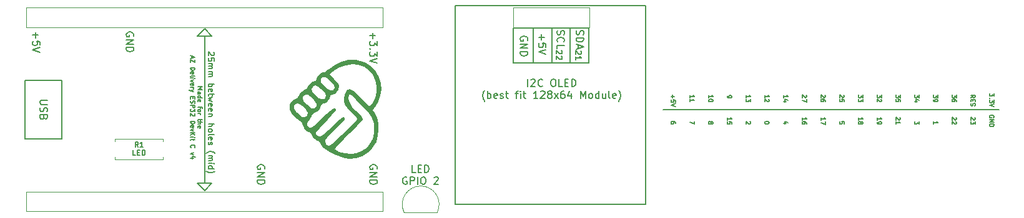
<source format=gbr>
%TF.GenerationSoftware,KiCad,Pcbnew,(6.0.6)*%
%TF.CreationDate,2022-07-10T22:52:01+02:00*%
%TF.ProjectId,ESP32_DevKit_C_v4-AZDelivery_Breadboard_Adapter,45535033-325f-4446-9576-4b69745f435f,rev?*%
%TF.SameCoordinates,Original*%
%TF.FileFunction,Legend,Top*%
%TF.FilePolarity,Positive*%
%FSLAX46Y46*%
G04 Gerber Fmt 4.6, Leading zero omitted, Abs format (unit mm)*
G04 Created by KiCad (PCBNEW (6.0.6)) date 2022-07-10 22:52:01*
%MOMM*%
%LPD*%
G01*
G04 APERTURE LIST*
%ADD10C,0.150000*%
%ADD11C,0.120000*%
G04 APERTURE END LIST*
D10*
X206800000Y-67300000D02*
X161200000Y-67300000D01*
X98111571Y-64214285D02*
X98711571Y-64214285D01*
X98283000Y-64414285D01*
X98711571Y-64614285D01*
X98111571Y-64614285D01*
X98111571Y-65157142D02*
X98425857Y-65157142D01*
X98483000Y-65128571D01*
X98511571Y-65071428D01*
X98511571Y-64957142D01*
X98483000Y-64900000D01*
X98140142Y-65157142D02*
X98111571Y-65100000D01*
X98111571Y-64957142D01*
X98140142Y-64900000D01*
X98197285Y-64871428D01*
X98254428Y-64871428D01*
X98311571Y-64900000D01*
X98340142Y-64957142D01*
X98340142Y-65100000D01*
X98368714Y-65157142D01*
X98111571Y-65700000D02*
X98711571Y-65700000D01*
X98140142Y-65700000D02*
X98111571Y-65642857D01*
X98111571Y-65528571D01*
X98140142Y-65471428D01*
X98168714Y-65442857D01*
X98225857Y-65414285D01*
X98397285Y-65414285D01*
X98454428Y-65442857D01*
X98483000Y-65471428D01*
X98511571Y-65528571D01*
X98511571Y-65642857D01*
X98483000Y-65700000D01*
X98140142Y-66214285D02*
X98111571Y-66157142D01*
X98111571Y-66042857D01*
X98140142Y-65985714D01*
X98197285Y-65957142D01*
X98425857Y-65957142D01*
X98483000Y-65985714D01*
X98511571Y-66042857D01*
X98511571Y-66157142D01*
X98483000Y-66214285D01*
X98425857Y-66242857D01*
X98368714Y-66242857D01*
X98311571Y-65957142D01*
X98511571Y-66871428D02*
X98511571Y-67100000D01*
X98111571Y-66957142D02*
X98625857Y-66957142D01*
X98683000Y-66985714D01*
X98711571Y-67042857D01*
X98711571Y-67100000D01*
X98111571Y-67385714D02*
X98140142Y-67328571D01*
X98168714Y-67300000D01*
X98225857Y-67271428D01*
X98397285Y-67271428D01*
X98454428Y-67300000D01*
X98483000Y-67328571D01*
X98511571Y-67385714D01*
X98511571Y-67471428D01*
X98483000Y-67528571D01*
X98454428Y-67557142D01*
X98397285Y-67585714D01*
X98225857Y-67585714D01*
X98168714Y-67557142D01*
X98140142Y-67528571D01*
X98111571Y-67471428D01*
X98111571Y-67385714D01*
X98111571Y-67842857D02*
X98511571Y-67842857D01*
X98397285Y-67842857D02*
X98454428Y-67871428D01*
X98483000Y-67900000D01*
X98511571Y-67957142D01*
X98511571Y-68014285D01*
X98511571Y-68585714D02*
X98511571Y-68814285D01*
X98711571Y-68671428D02*
X98197285Y-68671428D01*
X98140142Y-68700000D01*
X98111571Y-68757142D01*
X98111571Y-68814285D01*
X98111571Y-69014285D02*
X98711571Y-69014285D01*
X98111571Y-69271428D02*
X98425857Y-69271428D01*
X98483000Y-69242857D01*
X98511571Y-69185714D01*
X98511571Y-69100000D01*
X98483000Y-69042857D01*
X98454428Y-69014285D01*
X98140142Y-69785714D02*
X98111571Y-69728571D01*
X98111571Y-69614285D01*
X98140142Y-69557142D01*
X98197285Y-69528571D01*
X98425857Y-69528571D01*
X98483000Y-69557142D01*
X98511571Y-69614285D01*
X98511571Y-69728571D01*
X98483000Y-69785714D01*
X98425857Y-69814285D01*
X98368714Y-69814285D01*
X98311571Y-69528571D01*
X97317000Y-60028571D02*
X97317000Y-60314285D01*
X97145571Y-59971428D02*
X97745571Y-60171428D01*
X97145571Y-60371428D01*
X97745571Y-60514285D02*
X97745571Y-60914285D01*
X97145571Y-60514285D01*
X97145571Y-60914285D01*
X97145571Y-61600000D02*
X97745571Y-61600000D01*
X97745571Y-61742857D01*
X97717000Y-61828571D01*
X97659857Y-61885714D01*
X97602714Y-61914285D01*
X97488428Y-61942857D01*
X97402714Y-61942857D01*
X97288428Y-61914285D01*
X97231285Y-61885714D01*
X97174142Y-61828571D01*
X97145571Y-61742857D01*
X97145571Y-61600000D01*
X97174142Y-62428571D02*
X97145571Y-62371428D01*
X97145571Y-62257142D01*
X97174142Y-62200000D01*
X97231285Y-62171428D01*
X97459857Y-62171428D01*
X97517000Y-62200000D01*
X97545571Y-62257142D01*
X97545571Y-62371428D01*
X97517000Y-62428571D01*
X97459857Y-62457142D01*
X97402714Y-62457142D01*
X97345571Y-62171428D01*
X97145571Y-62800000D02*
X97174142Y-62742857D01*
X97231285Y-62714285D01*
X97745571Y-62714285D01*
X97145571Y-63028571D02*
X97545571Y-63028571D01*
X97745571Y-63028571D02*
X97717000Y-63000000D01*
X97688428Y-63028571D01*
X97717000Y-63057142D01*
X97745571Y-63028571D01*
X97688428Y-63028571D01*
X97545571Y-63257142D02*
X97145571Y-63400000D01*
X97545571Y-63542857D01*
X97174142Y-64000000D02*
X97145571Y-63942857D01*
X97145571Y-63828571D01*
X97174142Y-63771428D01*
X97231285Y-63742857D01*
X97459857Y-63742857D01*
X97517000Y-63771428D01*
X97545571Y-63828571D01*
X97545571Y-63942857D01*
X97517000Y-64000000D01*
X97459857Y-64028571D01*
X97402714Y-64028571D01*
X97345571Y-63742857D01*
X97145571Y-64285714D02*
X97545571Y-64285714D01*
X97431285Y-64285714D02*
X97488428Y-64314285D01*
X97517000Y-64342857D01*
X97545571Y-64400000D01*
X97545571Y-64457142D01*
X97545571Y-64600000D02*
X97145571Y-64742857D01*
X97545571Y-64885714D02*
X97145571Y-64742857D01*
X97002714Y-64685714D01*
X96974142Y-64657142D01*
X96945571Y-64600000D01*
X97459857Y-65571428D02*
X97459857Y-65771428D01*
X97145571Y-65857142D02*
X97145571Y-65571428D01*
X97745571Y-65571428D01*
X97745571Y-65857142D01*
X97174142Y-66085714D02*
X97145571Y-66171428D01*
X97145571Y-66314285D01*
X97174142Y-66371428D01*
X97202714Y-66400000D01*
X97259857Y-66428571D01*
X97317000Y-66428571D01*
X97374142Y-66400000D01*
X97402714Y-66371428D01*
X97431285Y-66314285D01*
X97459857Y-66200000D01*
X97488428Y-66142857D01*
X97517000Y-66114285D01*
X97574142Y-66085714D01*
X97631285Y-66085714D01*
X97688428Y-66114285D01*
X97717000Y-66142857D01*
X97745571Y-66200000D01*
X97745571Y-66342857D01*
X97717000Y-66428571D01*
X97145571Y-66685714D02*
X97745571Y-66685714D01*
X97745571Y-66914285D01*
X97717000Y-66971428D01*
X97688428Y-67000000D01*
X97631285Y-67028571D01*
X97545571Y-67028571D01*
X97488428Y-67000000D01*
X97459857Y-66971428D01*
X97431285Y-66914285D01*
X97431285Y-66685714D01*
X97745571Y-67228571D02*
X97745571Y-67600000D01*
X97517000Y-67400000D01*
X97517000Y-67485714D01*
X97488428Y-67542857D01*
X97459857Y-67571428D01*
X97402714Y-67600000D01*
X97259857Y-67600000D01*
X97202714Y-67571428D01*
X97174142Y-67542857D01*
X97145571Y-67485714D01*
X97145571Y-67314285D01*
X97174142Y-67257142D01*
X97202714Y-67228571D01*
X97688428Y-67828571D02*
X97717000Y-67857142D01*
X97745571Y-67914285D01*
X97745571Y-68057142D01*
X97717000Y-68114285D01*
X97688428Y-68142857D01*
X97631285Y-68171428D01*
X97574142Y-68171428D01*
X97488428Y-68142857D01*
X97145571Y-67800000D01*
X97145571Y-68171428D01*
X97145571Y-68885714D02*
X97745571Y-68885714D01*
X97745571Y-69028571D01*
X97717000Y-69114285D01*
X97659857Y-69171428D01*
X97602714Y-69200000D01*
X97488428Y-69228571D01*
X97402714Y-69228571D01*
X97288428Y-69200000D01*
X97231285Y-69171428D01*
X97174142Y-69114285D01*
X97145571Y-69028571D01*
X97145571Y-68885714D01*
X97174142Y-69714285D02*
X97145571Y-69657142D01*
X97145571Y-69542857D01*
X97174142Y-69485714D01*
X97231285Y-69457142D01*
X97459857Y-69457142D01*
X97517000Y-69485714D01*
X97545571Y-69542857D01*
X97545571Y-69657142D01*
X97517000Y-69714285D01*
X97459857Y-69742857D01*
X97402714Y-69742857D01*
X97345571Y-69457142D01*
X97545571Y-69942857D02*
X97145571Y-70085714D01*
X97545571Y-70228571D01*
X97145571Y-70457142D02*
X97745571Y-70457142D01*
X97145571Y-70800000D02*
X97488428Y-70542857D01*
X97745571Y-70800000D02*
X97402714Y-70457142D01*
X97145571Y-71057142D02*
X97545571Y-71057142D01*
X97745571Y-71057142D02*
X97717000Y-71028571D01*
X97688428Y-71057142D01*
X97717000Y-71085714D01*
X97745571Y-71057142D01*
X97688428Y-71057142D01*
X97545571Y-71257142D02*
X97545571Y-71485714D01*
X97745571Y-71342857D02*
X97231285Y-71342857D01*
X97174142Y-71371428D01*
X97145571Y-71428571D01*
X97145571Y-71485714D01*
X97202714Y-72485714D02*
X97174142Y-72457142D01*
X97145571Y-72371428D01*
X97145571Y-72314285D01*
X97174142Y-72228571D01*
X97231285Y-72171428D01*
X97288428Y-72142857D01*
X97402714Y-72114285D01*
X97488428Y-72114285D01*
X97602714Y-72142857D01*
X97659857Y-72171428D01*
X97717000Y-72228571D01*
X97745571Y-72314285D01*
X97745571Y-72371428D01*
X97717000Y-72457142D01*
X97688428Y-72485714D01*
X97545571Y-73142857D02*
X97145571Y-73285714D01*
X97545571Y-73428571D01*
X97545571Y-73914285D02*
X97145571Y-73914285D01*
X97774142Y-73771428D02*
X97345571Y-73628571D01*
X97345571Y-74000000D01*
X127657142Y-75847380D02*
X127180952Y-75847380D01*
X127180952Y-74847380D01*
X127990476Y-75323571D02*
X128323809Y-75323571D01*
X128466666Y-75847380D02*
X127990476Y-75847380D01*
X127990476Y-74847380D01*
X128466666Y-74847380D01*
X128895238Y-75847380D02*
X128895238Y-74847380D01*
X129133333Y-74847380D01*
X129276190Y-74895000D01*
X129371428Y-74990238D01*
X129419047Y-75085476D01*
X129466666Y-75275952D01*
X129466666Y-75418809D01*
X129419047Y-75609285D01*
X129371428Y-75704523D01*
X129276190Y-75799761D01*
X129133333Y-75847380D01*
X128895238Y-75847380D01*
X126442857Y-76505000D02*
X126347619Y-76457380D01*
X126204761Y-76457380D01*
X126061904Y-76505000D01*
X125966666Y-76600238D01*
X125919047Y-76695476D01*
X125871428Y-76885952D01*
X125871428Y-77028809D01*
X125919047Y-77219285D01*
X125966666Y-77314523D01*
X126061904Y-77409761D01*
X126204761Y-77457380D01*
X126300000Y-77457380D01*
X126442857Y-77409761D01*
X126490476Y-77362142D01*
X126490476Y-77028809D01*
X126300000Y-77028809D01*
X126919047Y-77457380D02*
X126919047Y-76457380D01*
X127300000Y-76457380D01*
X127395238Y-76505000D01*
X127442857Y-76552619D01*
X127490476Y-76647857D01*
X127490476Y-76790714D01*
X127442857Y-76885952D01*
X127395238Y-76933571D01*
X127300000Y-76981190D01*
X126919047Y-76981190D01*
X127919047Y-77457380D02*
X127919047Y-76457380D01*
X128585714Y-76457380D02*
X128776190Y-76457380D01*
X128871428Y-76505000D01*
X128966666Y-76600238D01*
X129014285Y-76790714D01*
X129014285Y-77124047D01*
X128966666Y-77314523D01*
X128871428Y-77409761D01*
X128776190Y-77457380D01*
X128585714Y-77457380D01*
X128490476Y-77409761D01*
X128395238Y-77314523D01*
X128347619Y-77124047D01*
X128347619Y-76790714D01*
X128395238Y-76600238D01*
X128490476Y-76505000D01*
X128585714Y-76457380D01*
X130157142Y-76552619D02*
X130204761Y-76505000D01*
X130300000Y-76457380D01*
X130538095Y-76457380D01*
X130633333Y-76505000D01*
X130680952Y-76552619D01*
X130728571Y-76647857D01*
X130728571Y-76743095D01*
X130680952Y-76885952D01*
X130109523Y-77457380D01*
X130728571Y-77457380D01*
X151180000Y-56260000D02*
X140930000Y-56260000D01*
X143600000Y-56320000D02*
X143600000Y-60960000D01*
X146170000Y-56330000D02*
X146170000Y-60955000D01*
X148570000Y-56330000D02*
X148570000Y-60930000D01*
X151180000Y-60960000D02*
X151180000Y-56260000D01*
X140900000Y-60960000D02*
X151180000Y-60960000D01*
X140930000Y-56280000D02*
X140930000Y-60950000D01*
X149475238Y-56543809D02*
X149427619Y-56686666D01*
X149427619Y-56924761D01*
X149475238Y-57020000D01*
X149522857Y-57067619D01*
X149618095Y-57115238D01*
X149713333Y-57115238D01*
X149808571Y-57067619D01*
X149856190Y-57020000D01*
X149903809Y-56924761D01*
X149951428Y-56734285D01*
X149999047Y-56639047D01*
X150046666Y-56591428D01*
X150141904Y-56543809D01*
X150237142Y-56543809D01*
X150332380Y-56591428D01*
X150380000Y-56639047D01*
X150427619Y-56734285D01*
X150427619Y-56972380D01*
X150380000Y-57115238D01*
X149427619Y-57543809D02*
X150427619Y-57543809D01*
X150427619Y-57781904D01*
X150380000Y-57924761D01*
X150284761Y-58020000D01*
X150189523Y-58067619D01*
X149999047Y-58115238D01*
X149856190Y-58115238D01*
X149665714Y-58067619D01*
X149570476Y-58020000D01*
X149475238Y-57924761D01*
X149427619Y-57781904D01*
X149427619Y-57543809D01*
X149713333Y-58496190D02*
X149713333Y-58972380D01*
X149427619Y-58400952D02*
X150427619Y-58734285D01*
X149427619Y-59067619D01*
X150041904Y-59315238D02*
X150080000Y-59353333D01*
X150118095Y-59429523D01*
X150118095Y-59620000D01*
X150080000Y-59696190D01*
X150041904Y-59734285D01*
X149965714Y-59772380D01*
X149889523Y-59772380D01*
X149775238Y-59734285D01*
X149318095Y-59277142D01*
X149318095Y-59772380D01*
X149318095Y-60534285D02*
X149318095Y-60077142D01*
X149318095Y-60305714D02*
X150118095Y-60305714D01*
X150003809Y-60229523D01*
X149927619Y-60153333D01*
X149889523Y-60077142D01*
X146885238Y-56547619D02*
X146837619Y-56690476D01*
X146837619Y-56928571D01*
X146885238Y-57023809D01*
X146932857Y-57071428D01*
X147028095Y-57119047D01*
X147123333Y-57119047D01*
X147218571Y-57071428D01*
X147266190Y-57023809D01*
X147313809Y-56928571D01*
X147361428Y-56738095D01*
X147409047Y-56642857D01*
X147456666Y-56595238D01*
X147551904Y-56547619D01*
X147647142Y-56547619D01*
X147742380Y-56595238D01*
X147790000Y-56642857D01*
X147837619Y-56738095D01*
X147837619Y-56976190D01*
X147790000Y-57119047D01*
X146932857Y-58119047D02*
X146885238Y-58071428D01*
X146837619Y-57928571D01*
X146837619Y-57833333D01*
X146885238Y-57690476D01*
X146980476Y-57595238D01*
X147075714Y-57547619D01*
X147266190Y-57500000D01*
X147409047Y-57500000D01*
X147599523Y-57547619D01*
X147694761Y-57595238D01*
X147790000Y-57690476D01*
X147837619Y-57833333D01*
X147837619Y-57928571D01*
X147790000Y-58071428D01*
X147742380Y-58119047D01*
X146837619Y-59023809D02*
X146837619Y-58547619D01*
X147837619Y-58547619D01*
X147451904Y-59271428D02*
X147490000Y-59309523D01*
X147528095Y-59385714D01*
X147528095Y-59576190D01*
X147490000Y-59652380D01*
X147451904Y-59690476D01*
X147375714Y-59728571D01*
X147299523Y-59728571D01*
X147185238Y-59690476D01*
X146728095Y-59233333D01*
X146728095Y-59728571D01*
X147451904Y-60033333D02*
X147490000Y-60071428D01*
X147528095Y-60147619D01*
X147528095Y-60338095D01*
X147490000Y-60414285D01*
X147451904Y-60452380D01*
X147375714Y-60490476D01*
X147299523Y-60490476D01*
X147185238Y-60452380D01*
X146728095Y-59995238D01*
X146728095Y-60490476D01*
X142800000Y-57908095D02*
X142847619Y-57812857D01*
X142847619Y-57670000D01*
X142800000Y-57527142D01*
X142704761Y-57431904D01*
X142609523Y-57384285D01*
X142419047Y-57336666D01*
X142276190Y-57336666D01*
X142085714Y-57384285D01*
X141990476Y-57431904D01*
X141895238Y-57527142D01*
X141847619Y-57670000D01*
X141847619Y-57765238D01*
X141895238Y-57908095D01*
X141942857Y-57955714D01*
X142276190Y-57955714D01*
X142276190Y-57765238D01*
X141847619Y-58384285D02*
X142847619Y-58384285D01*
X141847619Y-58955714D01*
X142847619Y-58955714D01*
X141847619Y-59431904D02*
X142847619Y-59431904D01*
X142847619Y-59670000D01*
X142800000Y-59812857D01*
X142704761Y-59908095D01*
X142609523Y-59955714D01*
X142419047Y-60003333D01*
X142276190Y-60003333D01*
X142085714Y-59955714D01*
X141990476Y-59908095D01*
X141895238Y-59812857D01*
X141847619Y-59670000D01*
X141847619Y-59431904D01*
X144718571Y-57094285D02*
X144718571Y-57856190D01*
X144337619Y-57475238D02*
X145099523Y-57475238D01*
X145337619Y-58808571D02*
X145337619Y-58332380D01*
X144861428Y-58284761D01*
X144909047Y-58332380D01*
X144956666Y-58427619D01*
X144956666Y-58665714D01*
X144909047Y-58760952D01*
X144861428Y-58808571D01*
X144766190Y-58856190D01*
X144528095Y-58856190D01*
X144432857Y-58808571D01*
X144385238Y-58760952D01*
X144337619Y-58665714D01*
X144337619Y-58427619D01*
X144385238Y-58332380D01*
X144432857Y-58284761D01*
X145337619Y-59141904D02*
X144337619Y-59475238D01*
X145337619Y-59808571D01*
X142861904Y-64177380D02*
X142861904Y-63177380D01*
X143290476Y-63272619D02*
X143338095Y-63225000D01*
X143433333Y-63177380D01*
X143671428Y-63177380D01*
X143766666Y-63225000D01*
X143814285Y-63272619D01*
X143861904Y-63367857D01*
X143861904Y-63463095D01*
X143814285Y-63605952D01*
X143242857Y-64177380D01*
X143861904Y-64177380D01*
X144861904Y-64082142D02*
X144814285Y-64129761D01*
X144671428Y-64177380D01*
X144576190Y-64177380D01*
X144433333Y-64129761D01*
X144338095Y-64034523D01*
X144290476Y-63939285D01*
X144242857Y-63748809D01*
X144242857Y-63605952D01*
X144290476Y-63415476D01*
X144338095Y-63320238D01*
X144433333Y-63225000D01*
X144576190Y-63177380D01*
X144671428Y-63177380D01*
X144814285Y-63225000D01*
X144861904Y-63272619D01*
X146242857Y-63177380D02*
X146433333Y-63177380D01*
X146528571Y-63225000D01*
X146623809Y-63320238D01*
X146671428Y-63510714D01*
X146671428Y-63844047D01*
X146623809Y-64034523D01*
X146528571Y-64129761D01*
X146433333Y-64177380D01*
X146242857Y-64177380D01*
X146147619Y-64129761D01*
X146052380Y-64034523D01*
X146004761Y-63844047D01*
X146004761Y-63510714D01*
X146052380Y-63320238D01*
X146147619Y-63225000D01*
X146242857Y-63177380D01*
X147576190Y-64177380D02*
X147100000Y-64177380D01*
X147100000Y-63177380D01*
X147909523Y-63653571D02*
X148242857Y-63653571D01*
X148385714Y-64177380D02*
X147909523Y-64177380D01*
X147909523Y-63177380D01*
X148385714Y-63177380D01*
X148814285Y-64177380D02*
X148814285Y-63177380D01*
X149052380Y-63177380D01*
X149195238Y-63225000D01*
X149290476Y-63320238D01*
X149338095Y-63415476D01*
X149385714Y-63605952D01*
X149385714Y-63748809D01*
X149338095Y-63939285D01*
X149290476Y-64034523D01*
X149195238Y-64129761D01*
X149052380Y-64177380D01*
X148814285Y-64177380D01*
X137028571Y-66168333D02*
X136980952Y-66120714D01*
X136885714Y-65977857D01*
X136838095Y-65882619D01*
X136790476Y-65739761D01*
X136742857Y-65501666D01*
X136742857Y-65311190D01*
X136790476Y-65073095D01*
X136838095Y-64930238D01*
X136885714Y-64835000D01*
X136980952Y-64692142D01*
X137028571Y-64644523D01*
X137409523Y-65787380D02*
X137409523Y-64787380D01*
X137409523Y-65168333D02*
X137504761Y-65120714D01*
X137695238Y-65120714D01*
X137790476Y-65168333D01*
X137838095Y-65215952D01*
X137885714Y-65311190D01*
X137885714Y-65596904D01*
X137838095Y-65692142D01*
X137790476Y-65739761D01*
X137695238Y-65787380D01*
X137504761Y-65787380D01*
X137409523Y-65739761D01*
X138695238Y-65739761D02*
X138600000Y-65787380D01*
X138409523Y-65787380D01*
X138314285Y-65739761D01*
X138266666Y-65644523D01*
X138266666Y-65263571D01*
X138314285Y-65168333D01*
X138409523Y-65120714D01*
X138600000Y-65120714D01*
X138695238Y-65168333D01*
X138742857Y-65263571D01*
X138742857Y-65358809D01*
X138266666Y-65454047D01*
X139123809Y-65739761D02*
X139219047Y-65787380D01*
X139409523Y-65787380D01*
X139504761Y-65739761D01*
X139552380Y-65644523D01*
X139552380Y-65596904D01*
X139504761Y-65501666D01*
X139409523Y-65454047D01*
X139266666Y-65454047D01*
X139171428Y-65406428D01*
X139123809Y-65311190D01*
X139123809Y-65263571D01*
X139171428Y-65168333D01*
X139266666Y-65120714D01*
X139409523Y-65120714D01*
X139504761Y-65168333D01*
X139838095Y-65120714D02*
X140219047Y-65120714D01*
X139980952Y-64787380D02*
X139980952Y-65644523D01*
X140028571Y-65739761D01*
X140123809Y-65787380D01*
X140219047Y-65787380D01*
X141171428Y-65120714D02*
X141552380Y-65120714D01*
X141314285Y-65787380D02*
X141314285Y-64930238D01*
X141361904Y-64835000D01*
X141457142Y-64787380D01*
X141552380Y-64787380D01*
X141885714Y-65787380D02*
X141885714Y-65120714D01*
X141885714Y-64787380D02*
X141838095Y-64835000D01*
X141885714Y-64882619D01*
X141933333Y-64835000D01*
X141885714Y-64787380D01*
X141885714Y-64882619D01*
X142219047Y-65120714D02*
X142600000Y-65120714D01*
X142361904Y-64787380D02*
X142361904Y-65644523D01*
X142409523Y-65739761D01*
X142504761Y-65787380D01*
X142600000Y-65787380D01*
X144219047Y-65787380D02*
X143647619Y-65787380D01*
X143933333Y-65787380D02*
X143933333Y-64787380D01*
X143838095Y-64930238D01*
X143742857Y-65025476D01*
X143647619Y-65073095D01*
X144600000Y-64882619D02*
X144647619Y-64835000D01*
X144742857Y-64787380D01*
X144980952Y-64787380D01*
X145076190Y-64835000D01*
X145123809Y-64882619D01*
X145171428Y-64977857D01*
X145171428Y-65073095D01*
X145123809Y-65215952D01*
X144552380Y-65787380D01*
X145171428Y-65787380D01*
X145742857Y-65215952D02*
X145647619Y-65168333D01*
X145600000Y-65120714D01*
X145552380Y-65025476D01*
X145552380Y-64977857D01*
X145600000Y-64882619D01*
X145647619Y-64835000D01*
X145742857Y-64787380D01*
X145933333Y-64787380D01*
X146028571Y-64835000D01*
X146076190Y-64882619D01*
X146123809Y-64977857D01*
X146123809Y-65025476D01*
X146076190Y-65120714D01*
X146028571Y-65168333D01*
X145933333Y-65215952D01*
X145742857Y-65215952D01*
X145647619Y-65263571D01*
X145600000Y-65311190D01*
X145552380Y-65406428D01*
X145552380Y-65596904D01*
X145600000Y-65692142D01*
X145647619Y-65739761D01*
X145742857Y-65787380D01*
X145933333Y-65787380D01*
X146028571Y-65739761D01*
X146076190Y-65692142D01*
X146123809Y-65596904D01*
X146123809Y-65406428D01*
X146076190Y-65311190D01*
X146028571Y-65263571D01*
X145933333Y-65215952D01*
X146457142Y-65787380D02*
X146980952Y-65120714D01*
X146457142Y-65120714D02*
X146980952Y-65787380D01*
X147790476Y-64787380D02*
X147600000Y-64787380D01*
X147504761Y-64835000D01*
X147457142Y-64882619D01*
X147361904Y-65025476D01*
X147314285Y-65215952D01*
X147314285Y-65596904D01*
X147361904Y-65692142D01*
X147409523Y-65739761D01*
X147504761Y-65787380D01*
X147695238Y-65787380D01*
X147790476Y-65739761D01*
X147838095Y-65692142D01*
X147885714Y-65596904D01*
X147885714Y-65358809D01*
X147838095Y-65263571D01*
X147790476Y-65215952D01*
X147695238Y-65168333D01*
X147504761Y-65168333D01*
X147409523Y-65215952D01*
X147361904Y-65263571D01*
X147314285Y-65358809D01*
X148742857Y-65120714D02*
X148742857Y-65787380D01*
X148504761Y-64739761D02*
X148266666Y-65454047D01*
X148885714Y-65454047D01*
X150028571Y-65787380D02*
X150028571Y-64787380D01*
X150361904Y-65501666D01*
X150695238Y-64787380D01*
X150695238Y-65787380D01*
X151314285Y-65787380D02*
X151219047Y-65739761D01*
X151171428Y-65692142D01*
X151123809Y-65596904D01*
X151123809Y-65311190D01*
X151171428Y-65215952D01*
X151219047Y-65168333D01*
X151314285Y-65120714D01*
X151457142Y-65120714D01*
X151552380Y-65168333D01*
X151600000Y-65215952D01*
X151647619Y-65311190D01*
X151647619Y-65596904D01*
X151600000Y-65692142D01*
X151552380Y-65739761D01*
X151457142Y-65787380D01*
X151314285Y-65787380D01*
X152504761Y-65787380D02*
X152504761Y-64787380D01*
X152504761Y-65739761D02*
X152409523Y-65787380D01*
X152219047Y-65787380D01*
X152123809Y-65739761D01*
X152076190Y-65692142D01*
X152028571Y-65596904D01*
X152028571Y-65311190D01*
X152076190Y-65215952D01*
X152123809Y-65168333D01*
X152219047Y-65120714D01*
X152409523Y-65120714D01*
X152504761Y-65168333D01*
X153409523Y-65120714D02*
X153409523Y-65787380D01*
X152980952Y-65120714D02*
X152980952Y-65644523D01*
X153028571Y-65739761D01*
X153123809Y-65787380D01*
X153266666Y-65787380D01*
X153361904Y-65739761D01*
X153409523Y-65692142D01*
X154028571Y-65787380D02*
X153933333Y-65739761D01*
X153885714Y-65644523D01*
X153885714Y-64787380D01*
X154790476Y-65739761D02*
X154695238Y-65787380D01*
X154504761Y-65787380D01*
X154409523Y-65739761D01*
X154361904Y-65644523D01*
X154361904Y-65263571D01*
X154409523Y-65168333D01*
X154504761Y-65120714D01*
X154695238Y-65120714D01*
X154790476Y-65168333D01*
X154838095Y-65263571D01*
X154838095Y-65358809D01*
X154361904Y-65454047D01*
X155171428Y-66168333D02*
X155219047Y-66120714D01*
X155314285Y-65977857D01*
X155361904Y-65882619D01*
X155409523Y-65739761D01*
X155457142Y-65501666D01*
X155457142Y-65311190D01*
X155409523Y-65073095D01*
X155361904Y-64930238D01*
X155314285Y-64835000D01*
X155219047Y-64692142D01*
X155171428Y-64644523D01*
X133040000Y-53140000D02*
X158810000Y-53140000D01*
X158810000Y-53140000D02*
X158810000Y-80190000D01*
X158810000Y-80190000D02*
X133040000Y-80190000D01*
X133040000Y-80190000D02*
X133040000Y-53140000D01*
X203471428Y-68376857D02*
X203500000Y-68405428D01*
X203528571Y-68462571D01*
X203528571Y-68605428D01*
X203500000Y-68662571D01*
X203471428Y-68691142D01*
X203414285Y-68719714D01*
X203357142Y-68719714D01*
X203271428Y-68691142D01*
X202928571Y-68348285D01*
X202928571Y-68719714D01*
X203528571Y-68919714D02*
X203528571Y-69291142D01*
X203300000Y-69091142D01*
X203300000Y-69176857D01*
X203271428Y-69234000D01*
X203242857Y-69262571D01*
X203185714Y-69291142D01*
X203042857Y-69291142D01*
X202985714Y-69262571D01*
X202957142Y-69234000D01*
X202928571Y-69176857D01*
X202928571Y-69005428D01*
X202957142Y-68948285D01*
X202985714Y-68919714D01*
X200931428Y-68376857D02*
X200960000Y-68405428D01*
X200988571Y-68462571D01*
X200988571Y-68605428D01*
X200960000Y-68662571D01*
X200931428Y-68691142D01*
X200874285Y-68719714D01*
X200817142Y-68719714D01*
X200731428Y-68691142D01*
X200388571Y-68348285D01*
X200388571Y-68719714D01*
X200931428Y-68948285D02*
X200960000Y-68976857D01*
X200988571Y-69034000D01*
X200988571Y-69176857D01*
X200960000Y-69234000D01*
X200931428Y-69262571D01*
X200874285Y-69291142D01*
X200817142Y-69291142D01*
X200731428Y-69262571D01*
X200388571Y-68919714D01*
X200388571Y-69291142D01*
X187688571Y-68719714D02*
X187688571Y-68376857D01*
X187688571Y-68548285D02*
X188288571Y-68548285D01*
X188202857Y-68491142D01*
X188145714Y-68434000D01*
X188117142Y-68376857D01*
X188031428Y-69062571D02*
X188060000Y-69005428D01*
X188088571Y-68976857D01*
X188145714Y-68948285D01*
X188174285Y-68948285D01*
X188231428Y-68976857D01*
X188260000Y-69005428D01*
X188288571Y-69062571D01*
X188288571Y-69176857D01*
X188260000Y-69234000D01*
X188231428Y-69262571D01*
X188174285Y-69291142D01*
X188145714Y-69291142D01*
X188088571Y-69262571D01*
X188060000Y-69234000D01*
X188031428Y-69176857D01*
X188031428Y-69062571D01*
X188002857Y-69005428D01*
X187974285Y-68976857D01*
X187917142Y-68948285D01*
X187802857Y-68948285D01*
X187745714Y-68976857D01*
X187717142Y-69005428D01*
X187688571Y-69062571D01*
X187688571Y-69176857D01*
X187717142Y-69234000D01*
X187745714Y-69262571D01*
X187802857Y-69291142D01*
X187917142Y-69291142D01*
X187974285Y-69262571D01*
X188002857Y-69234000D01*
X188031428Y-69176857D01*
X206040000Y-68376857D02*
X206068571Y-68319714D01*
X206068571Y-68234000D01*
X206040000Y-68148285D01*
X205982857Y-68091142D01*
X205925714Y-68062571D01*
X205811428Y-68034000D01*
X205725714Y-68034000D01*
X205611428Y-68062571D01*
X205554285Y-68091142D01*
X205497142Y-68148285D01*
X205468571Y-68234000D01*
X205468571Y-68291142D01*
X205497142Y-68376857D01*
X205525714Y-68405428D01*
X205725714Y-68405428D01*
X205725714Y-68291142D01*
X205468571Y-68662571D02*
X206068571Y-68662571D01*
X205468571Y-69005428D01*
X206068571Y-69005428D01*
X205468571Y-69291142D02*
X206068571Y-69291142D01*
X206068571Y-69434000D01*
X206040000Y-69519714D01*
X205982857Y-69576857D01*
X205925714Y-69605428D01*
X205811428Y-69634000D01*
X205725714Y-69634000D01*
X205611428Y-69605428D01*
X205554285Y-69576857D01*
X205497142Y-69519714D01*
X205468571Y-69434000D01*
X205468571Y-69291142D01*
X190228571Y-68719714D02*
X190228571Y-68376857D01*
X190228571Y-68548285D02*
X190828571Y-68548285D01*
X190742857Y-68491142D01*
X190685714Y-68434000D01*
X190657142Y-68376857D01*
X190228571Y-69005428D02*
X190228571Y-69119714D01*
X190257142Y-69176857D01*
X190285714Y-69205428D01*
X190371428Y-69262571D01*
X190485714Y-69291142D01*
X190714285Y-69291142D01*
X190771428Y-69262571D01*
X190800000Y-69234000D01*
X190828571Y-69176857D01*
X190828571Y-69062571D01*
X190800000Y-69005428D01*
X190771428Y-68976857D01*
X190714285Y-68948285D01*
X190571428Y-68948285D01*
X190514285Y-68976857D01*
X190485714Y-69005428D01*
X190457142Y-69062571D01*
X190457142Y-69176857D01*
X190485714Y-69234000D01*
X190514285Y-69262571D01*
X190571428Y-69291142D01*
X177928571Y-69202285D02*
X177528571Y-69202285D01*
X178157142Y-69059428D02*
X177728571Y-68916571D01*
X177728571Y-69288000D01*
X195908571Y-68888000D02*
X195908571Y-69259428D01*
X195680000Y-69059428D01*
X195680000Y-69145142D01*
X195651428Y-69202285D01*
X195622857Y-69230857D01*
X195565714Y-69259428D01*
X195422857Y-69259428D01*
X195365714Y-69230857D01*
X195337142Y-69202285D01*
X195308571Y-69145142D01*
X195308571Y-68973714D01*
X195337142Y-68916571D01*
X195365714Y-68888000D01*
X193311428Y-68376857D02*
X193340000Y-68405428D01*
X193368571Y-68462571D01*
X193368571Y-68605428D01*
X193340000Y-68662571D01*
X193311428Y-68691142D01*
X193254285Y-68719714D01*
X193197142Y-68719714D01*
X193111428Y-68691142D01*
X192768571Y-68348285D01*
X192768571Y-68719714D01*
X192768571Y-69291142D02*
X192768571Y-68948285D01*
X192768571Y-69119714D02*
X193368571Y-69119714D01*
X193282857Y-69062571D01*
X193225714Y-69005428D01*
X193197142Y-68948285D01*
X185748571Y-69230857D02*
X185748571Y-68945142D01*
X185462857Y-68916571D01*
X185491428Y-68945142D01*
X185520000Y-69002285D01*
X185520000Y-69145142D01*
X185491428Y-69202285D01*
X185462857Y-69230857D01*
X185405714Y-69259428D01*
X185262857Y-69259428D01*
X185205714Y-69230857D01*
X185177142Y-69202285D01*
X185148571Y-69145142D01*
X185148571Y-69002285D01*
X185177142Y-68945142D01*
X185205714Y-68916571D01*
X197848571Y-69259428D02*
X197848571Y-68916571D01*
X197848571Y-69088000D02*
X198448571Y-69088000D01*
X198362857Y-69030857D01*
X198305714Y-68973714D01*
X198277142Y-68916571D01*
X182608571Y-68719714D02*
X182608571Y-68376857D01*
X182608571Y-68548285D02*
X183208571Y-68548285D01*
X183122857Y-68491142D01*
X183065714Y-68434000D01*
X183037142Y-68376857D01*
X183208571Y-68919714D02*
X183208571Y-69319714D01*
X182608571Y-69062571D01*
X180068571Y-68719714D02*
X180068571Y-68376857D01*
X180068571Y-68548285D02*
X180668571Y-68548285D01*
X180582857Y-68491142D01*
X180525714Y-68434000D01*
X180497142Y-68376857D01*
X180668571Y-69234000D02*
X180668571Y-69119714D01*
X180640000Y-69062571D01*
X180611428Y-69034000D01*
X180525714Y-68976857D01*
X180411428Y-68948285D01*
X180182857Y-68948285D01*
X180125714Y-68976857D01*
X180097142Y-69005428D01*
X180068571Y-69062571D01*
X180068571Y-69176857D01*
X180097142Y-69234000D01*
X180125714Y-69262571D01*
X180182857Y-69291142D01*
X180325714Y-69291142D01*
X180382857Y-69262571D01*
X180411428Y-69234000D01*
X180440000Y-69176857D01*
X180440000Y-69062571D01*
X180411428Y-69005428D01*
X180382857Y-68976857D01*
X180325714Y-68948285D01*
X175588571Y-69059428D02*
X175588571Y-69116571D01*
X175560000Y-69173714D01*
X175531428Y-69202285D01*
X175474285Y-69230857D01*
X175360000Y-69259428D01*
X175217142Y-69259428D01*
X175102857Y-69230857D01*
X175045714Y-69202285D01*
X175017142Y-69173714D01*
X174988571Y-69116571D01*
X174988571Y-69059428D01*
X175017142Y-69002285D01*
X175045714Y-68973714D01*
X175102857Y-68945142D01*
X175217142Y-68916571D01*
X175360000Y-68916571D01*
X175474285Y-68945142D01*
X175531428Y-68973714D01*
X175560000Y-69002285D01*
X175588571Y-69059428D01*
X172991428Y-68916571D02*
X173020000Y-68945142D01*
X173048571Y-69002285D01*
X173048571Y-69145142D01*
X173020000Y-69202285D01*
X172991428Y-69230857D01*
X172934285Y-69259428D01*
X172877142Y-69259428D01*
X172791428Y-69230857D01*
X172448571Y-68888000D01*
X172448571Y-69259428D01*
X169908571Y-68719714D02*
X169908571Y-68376857D01*
X169908571Y-68548285D02*
X170508571Y-68548285D01*
X170422857Y-68491142D01*
X170365714Y-68434000D01*
X170337142Y-68376857D01*
X170508571Y-69262571D02*
X170508571Y-68976857D01*
X170222857Y-68948285D01*
X170251428Y-68976857D01*
X170280000Y-69034000D01*
X170280000Y-69176857D01*
X170251428Y-69234000D01*
X170222857Y-69262571D01*
X170165714Y-69291142D01*
X170022857Y-69291142D01*
X169965714Y-69262571D01*
X169937142Y-69234000D01*
X169908571Y-69176857D01*
X169908571Y-69034000D01*
X169937142Y-68976857D01*
X169965714Y-68948285D01*
X165428571Y-68888000D02*
X165428571Y-69288000D01*
X164828571Y-69030857D01*
X167711428Y-69030857D02*
X167740000Y-68973714D01*
X167768571Y-68945142D01*
X167825714Y-68916571D01*
X167854285Y-68916571D01*
X167911428Y-68945142D01*
X167940000Y-68973714D01*
X167968571Y-69030857D01*
X167968571Y-69145142D01*
X167940000Y-69202285D01*
X167911428Y-69230857D01*
X167854285Y-69259428D01*
X167825714Y-69259428D01*
X167768571Y-69230857D01*
X167740000Y-69202285D01*
X167711428Y-69145142D01*
X167711428Y-69030857D01*
X167682857Y-68973714D01*
X167654285Y-68945142D01*
X167597142Y-68916571D01*
X167482857Y-68916571D01*
X167425714Y-68945142D01*
X167397142Y-68973714D01*
X167368571Y-69030857D01*
X167368571Y-69145142D01*
X167397142Y-69202285D01*
X167425714Y-69230857D01*
X167482857Y-69259428D01*
X167597142Y-69259428D01*
X167654285Y-69230857D01*
X167682857Y-69202285D01*
X167711428Y-69145142D01*
X162888571Y-69202285D02*
X162888571Y-69088000D01*
X162860000Y-69030857D01*
X162831428Y-69002285D01*
X162745714Y-68945142D01*
X162631428Y-68916571D01*
X162402857Y-68916571D01*
X162345714Y-68945142D01*
X162317142Y-68973714D01*
X162288571Y-69030857D01*
X162288571Y-69145142D01*
X162317142Y-69202285D01*
X162345714Y-69230857D01*
X162402857Y-69259428D01*
X162545714Y-69259428D01*
X162602857Y-69230857D01*
X162631428Y-69202285D01*
X162660000Y-69145142D01*
X162660000Y-69030857D01*
X162631428Y-68973714D01*
X162602857Y-68945142D01*
X162545714Y-68916571D01*
X206068571Y-65114285D02*
X206068571Y-65485714D01*
X205840000Y-65285714D01*
X205840000Y-65371428D01*
X205811428Y-65428571D01*
X205782857Y-65457142D01*
X205725714Y-65485714D01*
X205582857Y-65485714D01*
X205525714Y-65457142D01*
X205497142Y-65428571D01*
X205468571Y-65371428D01*
X205468571Y-65200000D01*
X205497142Y-65142857D01*
X205525714Y-65114285D01*
X205525714Y-65742857D02*
X205497142Y-65771428D01*
X205468571Y-65742857D01*
X205497142Y-65714285D01*
X205525714Y-65742857D01*
X205468571Y-65742857D01*
X206068571Y-65971428D02*
X206068571Y-66342857D01*
X205840000Y-66142857D01*
X205840000Y-66228571D01*
X205811428Y-66285714D01*
X205782857Y-66314285D01*
X205725714Y-66342857D01*
X205582857Y-66342857D01*
X205525714Y-66314285D01*
X205497142Y-66285714D01*
X205468571Y-66228571D01*
X205468571Y-66057142D01*
X205497142Y-66000000D01*
X205525714Y-65971428D01*
X206068571Y-66514285D02*
X205468571Y-66714285D01*
X206068571Y-66914285D01*
X202928571Y-65668571D02*
X203214285Y-65468571D01*
X202928571Y-65325714D02*
X203528571Y-65325714D01*
X203528571Y-65554285D01*
X203500000Y-65611428D01*
X203471428Y-65640000D01*
X203414285Y-65668571D01*
X203328571Y-65668571D01*
X203271428Y-65640000D01*
X203242857Y-65611428D01*
X203214285Y-65554285D01*
X203214285Y-65325714D01*
X203242857Y-65925714D02*
X203242857Y-66125714D01*
X202928571Y-66211428D02*
X202928571Y-65925714D01*
X203528571Y-65925714D01*
X203528571Y-66211428D01*
X202957142Y-66440000D02*
X202928571Y-66525714D01*
X202928571Y-66668571D01*
X202957142Y-66725714D01*
X202985714Y-66754285D01*
X203042857Y-66782857D01*
X203100000Y-66782857D01*
X203157142Y-66754285D01*
X203185714Y-66725714D01*
X203214285Y-66668571D01*
X203242857Y-66554285D01*
X203271428Y-66497142D01*
X203300000Y-66468571D01*
X203357142Y-66440000D01*
X203414285Y-66440000D01*
X203471428Y-66468571D01*
X203500000Y-66497142D01*
X203528571Y-66554285D01*
X203528571Y-66697142D01*
X203500000Y-66782857D01*
X200988571Y-65300285D02*
X200988571Y-65671714D01*
X200760000Y-65471714D01*
X200760000Y-65557428D01*
X200731428Y-65614571D01*
X200702857Y-65643142D01*
X200645714Y-65671714D01*
X200502857Y-65671714D01*
X200445714Y-65643142D01*
X200417142Y-65614571D01*
X200388571Y-65557428D01*
X200388571Y-65386000D01*
X200417142Y-65328857D01*
X200445714Y-65300285D01*
X200988571Y-66186000D02*
X200988571Y-66071714D01*
X200960000Y-66014571D01*
X200931428Y-65986000D01*
X200845714Y-65928857D01*
X200731428Y-65900285D01*
X200502857Y-65900285D01*
X200445714Y-65928857D01*
X200417142Y-65957428D01*
X200388571Y-66014571D01*
X200388571Y-66128857D01*
X200417142Y-66186000D01*
X200445714Y-66214571D01*
X200502857Y-66243142D01*
X200645714Y-66243142D01*
X200702857Y-66214571D01*
X200731428Y-66186000D01*
X200760000Y-66128857D01*
X200760000Y-66014571D01*
X200731428Y-65957428D01*
X200702857Y-65928857D01*
X200645714Y-65900285D01*
X198448571Y-65300285D02*
X198448571Y-65671714D01*
X198220000Y-65471714D01*
X198220000Y-65557428D01*
X198191428Y-65614571D01*
X198162857Y-65643142D01*
X198105714Y-65671714D01*
X197962857Y-65671714D01*
X197905714Y-65643142D01*
X197877142Y-65614571D01*
X197848571Y-65557428D01*
X197848571Y-65386000D01*
X197877142Y-65328857D01*
X197905714Y-65300285D01*
X197848571Y-65957428D02*
X197848571Y-66071714D01*
X197877142Y-66128857D01*
X197905714Y-66157428D01*
X197991428Y-66214571D01*
X198105714Y-66243142D01*
X198334285Y-66243142D01*
X198391428Y-66214571D01*
X198420000Y-66186000D01*
X198448571Y-66128857D01*
X198448571Y-66014571D01*
X198420000Y-65957428D01*
X198391428Y-65928857D01*
X198334285Y-65900285D01*
X198191428Y-65900285D01*
X198134285Y-65928857D01*
X198105714Y-65957428D01*
X198077142Y-66014571D01*
X198077142Y-66128857D01*
X198105714Y-66186000D01*
X198134285Y-66214571D01*
X198191428Y-66243142D01*
X195908571Y-65300285D02*
X195908571Y-65671714D01*
X195680000Y-65471714D01*
X195680000Y-65557428D01*
X195651428Y-65614571D01*
X195622857Y-65643142D01*
X195565714Y-65671714D01*
X195422857Y-65671714D01*
X195365714Y-65643142D01*
X195337142Y-65614571D01*
X195308571Y-65557428D01*
X195308571Y-65386000D01*
X195337142Y-65328857D01*
X195365714Y-65300285D01*
X195708571Y-66186000D02*
X195308571Y-66186000D01*
X195937142Y-66043142D02*
X195508571Y-65900285D01*
X195508571Y-66271714D01*
X193368571Y-65300285D02*
X193368571Y-65671714D01*
X193140000Y-65471714D01*
X193140000Y-65557428D01*
X193111428Y-65614571D01*
X193082857Y-65643142D01*
X193025714Y-65671714D01*
X192882857Y-65671714D01*
X192825714Y-65643142D01*
X192797142Y-65614571D01*
X192768571Y-65557428D01*
X192768571Y-65386000D01*
X192797142Y-65328857D01*
X192825714Y-65300285D01*
X193368571Y-66214571D02*
X193368571Y-65928857D01*
X193082857Y-65900285D01*
X193111428Y-65928857D01*
X193140000Y-65986000D01*
X193140000Y-66128857D01*
X193111428Y-66186000D01*
X193082857Y-66214571D01*
X193025714Y-66243142D01*
X192882857Y-66243142D01*
X192825714Y-66214571D01*
X192797142Y-66186000D01*
X192768571Y-66128857D01*
X192768571Y-65986000D01*
X192797142Y-65928857D01*
X192825714Y-65900285D01*
X190828571Y-65300285D02*
X190828571Y-65671714D01*
X190600000Y-65471714D01*
X190600000Y-65557428D01*
X190571428Y-65614571D01*
X190542857Y-65643142D01*
X190485714Y-65671714D01*
X190342857Y-65671714D01*
X190285714Y-65643142D01*
X190257142Y-65614571D01*
X190228571Y-65557428D01*
X190228571Y-65386000D01*
X190257142Y-65328857D01*
X190285714Y-65300285D01*
X190771428Y-65900285D02*
X190800000Y-65928857D01*
X190828571Y-65986000D01*
X190828571Y-66128857D01*
X190800000Y-66186000D01*
X190771428Y-66214571D01*
X190714285Y-66243142D01*
X190657142Y-66243142D01*
X190571428Y-66214571D01*
X190228571Y-65871714D01*
X190228571Y-66243142D01*
X188288571Y-65300285D02*
X188288571Y-65671714D01*
X188060000Y-65471714D01*
X188060000Y-65557428D01*
X188031428Y-65614571D01*
X188002857Y-65643142D01*
X187945714Y-65671714D01*
X187802857Y-65671714D01*
X187745714Y-65643142D01*
X187717142Y-65614571D01*
X187688571Y-65557428D01*
X187688571Y-65386000D01*
X187717142Y-65328857D01*
X187745714Y-65300285D01*
X188288571Y-65871714D02*
X188288571Y-66243142D01*
X188060000Y-66043142D01*
X188060000Y-66128857D01*
X188031428Y-66186000D01*
X188002857Y-66214571D01*
X187945714Y-66243142D01*
X187802857Y-66243142D01*
X187745714Y-66214571D01*
X187717142Y-66186000D01*
X187688571Y-66128857D01*
X187688571Y-65957428D01*
X187717142Y-65900285D01*
X187745714Y-65871714D01*
X185691428Y-65328857D02*
X185720000Y-65357428D01*
X185748571Y-65414571D01*
X185748571Y-65557428D01*
X185720000Y-65614571D01*
X185691428Y-65643142D01*
X185634285Y-65671714D01*
X185577142Y-65671714D01*
X185491428Y-65643142D01*
X185148571Y-65300285D01*
X185148571Y-65671714D01*
X185748571Y-66214571D02*
X185748571Y-65928857D01*
X185462857Y-65900285D01*
X185491428Y-65928857D01*
X185520000Y-65986000D01*
X185520000Y-66128857D01*
X185491428Y-66186000D01*
X185462857Y-66214571D01*
X185405714Y-66243142D01*
X185262857Y-66243142D01*
X185205714Y-66214571D01*
X185177142Y-66186000D01*
X185148571Y-66128857D01*
X185148571Y-65986000D01*
X185177142Y-65928857D01*
X185205714Y-65900285D01*
X183151428Y-65328857D02*
X183180000Y-65357428D01*
X183208571Y-65414571D01*
X183208571Y-65557428D01*
X183180000Y-65614571D01*
X183151428Y-65643142D01*
X183094285Y-65671714D01*
X183037142Y-65671714D01*
X182951428Y-65643142D01*
X182608571Y-65300285D01*
X182608571Y-65671714D01*
X183208571Y-66186000D02*
X183208571Y-66071714D01*
X183180000Y-66014571D01*
X183151428Y-65986000D01*
X183065714Y-65928857D01*
X182951428Y-65900285D01*
X182722857Y-65900285D01*
X182665714Y-65928857D01*
X182637142Y-65957428D01*
X182608571Y-66014571D01*
X182608571Y-66128857D01*
X182637142Y-66186000D01*
X182665714Y-66214571D01*
X182722857Y-66243142D01*
X182865714Y-66243142D01*
X182922857Y-66214571D01*
X182951428Y-66186000D01*
X182980000Y-66128857D01*
X182980000Y-66014571D01*
X182951428Y-65957428D01*
X182922857Y-65928857D01*
X182865714Y-65900285D01*
X180611428Y-65328857D02*
X180640000Y-65357428D01*
X180668571Y-65414571D01*
X180668571Y-65557428D01*
X180640000Y-65614571D01*
X180611428Y-65643142D01*
X180554285Y-65671714D01*
X180497142Y-65671714D01*
X180411428Y-65643142D01*
X180068571Y-65300285D01*
X180068571Y-65671714D01*
X180668571Y-65871714D02*
X180668571Y-66271714D01*
X180068571Y-66014571D01*
X177528571Y-65671714D02*
X177528571Y-65328857D01*
X177528571Y-65500285D02*
X178128571Y-65500285D01*
X178042857Y-65443142D01*
X177985714Y-65386000D01*
X177957142Y-65328857D01*
X177928571Y-66186000D02*
X177528571Y-66186000D01*
X178157142Y-66043142D02*
X177728571Y-65900285D01*
X177728571Y-66271714D01*
X174988571Y-65671714D02*
X174988571Y-65328857D01*
X174988571Y-65500285D02*
X175588571Y-65500285D01*
X175502857Y-65443142D01*
X175445714Y-65386000D01*
X175417142Y-65328857D01*
X175531428Y-65900285D02*
X175560000Y-65928857D01*
X175588571Y-65986000D01*
X175588571Y-66128857D01*
X175560000Y-66186000D01*
X175531428Y-66214571D01*
X175474285Y-66243142D01*
X175417142Y-66243142D01*
X175331428Y-66214571D01*
X174988571Y-65871714D01*
X174988571Y-66243142D01*
X172448571Y-65671714D02*
X172448571Y-65328857D01*
X172448571Y-65500285D02*
X173048571Y-65500285D01*
X172962857Y-65443142D01*
X172905714Y-65386000D01*
X172877142Y-65328857D01*
X173048571Y-65871714D02*
X173048571Y-66243142D01*
X172820000Y-66043142D01*
X172820000Y-66128857D01*
X172791428Y-66186000D01*
X172762857Y-66214571D01*
X172705714Y-66243142D01*
X172562857Y-66243142D01*
X172505714Y-66214571D01*
X172477142Y-66186000D01*
X172448571Y-66128857D01*
X172448571Y-65957428D01*
X172477142Y-65900285D01*
X172505714Y-65871714D01*
X169908571Y-65417714D02*
X169908571Y-65532000D01*
X169937142Y-65589142D01*
X169965714Y-65617714D01*
X170051428Y-65674857D01*
X170165714Y-65703428D01*
X170394285Y-65703428D01*
X170451428Y-65674857D01*
X170480000Y-65646285D01*
X170508571Y-65589142D01*
X170508571Y-65474857D01*
X170480000Y-65417714D01*
X170451428Y-65389142D01*
X170394285Y-65360571D01*
X170251428Y-65360571D01*
X170194285Y-65389142D01*
X170165714Y-65417714D01*
X170137142Y-65474857D01*
X170137142Y-65589142D01*
X170165714Y-65646285D01*
X170194285Y-65674857D01*
X170251428Y-65703428D01*
X167368571Y-65671714D02*
X167368571Y-65328857D01*
X167368571Y-65500285D02*
X167968571Y-65500285D01*
X167882857Y-65443142D01*
X167825714Y-65386000D01*
X167797142Y-65328857D01*
X167968571Y-66043142D02*
X167968571Y-66100285D01*
X167940000Y-66157428D01*
X167911428Y-66186000D01*
X167854285Y-66214571D01*
X167740000Y-66243142D01*
X167597142Y-66243142D01*
X167482857Y-66214571D01*
X167425714Y-66186000D01*
X167397142Y-66157428D01*
X167368571Y-66100285D01*
X167368571Y-66043142D01*
X167397142Y-65986000D01*
X167425714Y-65957428D01*
X167482857Y-65928857D01*
X167597142Y-65900285D01*
X167740000Y-65900285D01*
X167854285Y-65928857D01*
X167911428Y-65957428D01*
X167940000Y-65986000D01*
X167968571Y-66043142D01*
X164828571Y-65671714D02*
X164828571Y-65328857D01*
X164828571Y-65500285D02*
X165428571Y-65500285D01*
X165342857Y-65443142D01*
X165285714Y-65386000D01*
X165257142Y-65328857D01*
X164828571Y-66243142D02*
X164828571Y-65900285D01*
X164828571Y-66071714D02*
X165428571Y-66071714D01*
X165342857Y-66014571D01*
X165285714Y-65957428D01*
X165257142Y-65900285D01*
X162517142Y-65268571D02*
X162517142Y-65725714D01*
X162288571Y-65497142D02*
X162745714Y-65497142D01*
X162888571Y-66297142D02*
X162888571Y-66011428D01*
X162602857Y-65982857D01*
X162631428Y-66011428D01*
X162660000Y-66068571D01*
X162660000Y-66211428D01*
X162631428Y-66268571D01*
X162602857Y-66297142D01*
X162545714Y-66325714D01*
X162402857Y-66325714D01*
X162345714Y-66297142D01*
X162317142Y-66268571D01*
X162288571Y-66211428D01*
X162288571Y-66068571D01*
X162317142Y-66011428D01*
X162345714Y-65982857D01*
X162888571Y-66497142D02*
X162288571Y-66697142D01*
X162888571Y-66897142D01*
X107160000Y-75364095D02*
X107207619Y-75268857D01*
X107207619Y-75126000D01*
X107160000Y-74983142D01*
X107064761Y-74887904D01*
X106969523Y-74840285D01*
X106779047Y-74792666D01*
X106636190Y-74792666D01*
X106445714Y-74840285D01*
X106350476Y-74887904D01*
X106255238Y-74983142D01*
X106207619Y-75126000D01*
X106207619Y-75221238D01*
X106255238Y-75364095D01*
X106302857Y-75411714D01*
X106636190Y-75411714D01*
X106636190Y-75221238D01*
X106207619Y-75840285D02*
X107207619Y-75840285D01*
X106207619Y-76411714D01*
X107207619Y-76411714D01*
X106207619Y-76887904D02*
X107207619Y-76887904D01*
X107207619Y-77126000D01*
X107160000Y-77268857D01*
X107064761Y-77364095D01*
X106969523Y-77411714D01*
X106779047Y-77459333D01*
X106636190Y-77459333D01*
X106445714Y-77411714D01*
X106350476Y-77364095D01*
X106255238Y-77268857D01*
X106207619Y-77126000D01*
X106207619Y-76887904D01*
X122400000Y-75364095D02*
X122447619Y-75268857D01*
X122447619Y-75126000D01*
X122400000Y-74983142D01*
X122304761Y-74887904D01*
X122209523Y-74840285D01*
X122019047Y-74792666D01*
X121876190Y-74792666D01*
X121685714Y-74840285D01*
X121590476Y-74887904D01*
X121495238Y-74983142D01*
X121447619Y-75126000D01*
X121447619Y-75221238D01*
X121495238Y-75364095D01*
X121542857Y-75411714D01*
X121876190Y-75411714D01*
X121876190Y-75221238D01*
X121447619Y-75840285D02*
X122447619Y-75840285D01*
X121447619Y-76411714D01*
X122447619Y-76411714D01*
X121447619Y-76887904D02*
X122447619Y-76887904D01*
X122447619Y-77126000D01*
X122400000Y-77268857D01*
X122304761Y-77364095D01*
X122209523Y-77411714D01*
X122019047Y-77459333D01*
X121876190Y-77459333D01*
X121685714Y-77411714D01*
X121590476Y-77364095D01*
X121495238Y-77268857D01*
X121447619Y-77126000D01*
X121447619Y-76887904D01*
X77727619Y-66028095D02*
X76918095Y-66028095D01*
X76822857Y-66075714D01*
X76775238Y-66123333D01*
X76727619Y-66218571D01*
X76727619Y-66409047D01*
X76775238Y-66504285D01*
X76822857Y-66551904D01*
X76918095Y-66599523D01*
X77727619Y-66599523D01*
X76775238Y-67028095D02*
X76727619Y-67170952D01*
X76727619Y-67409047D01*
X76775238Y-67504285D01*
X76822857Y-67551904D01*
X76918095Y-67599523D01*
X77013333Y-67599523D01*
X77108571Y-67551904D01*
X77156190Y-67504285D01*
X77203809Y-67409047D01*
X77251428Y-67218571D01*
X77299047Y-67123333D01*
X77346666Y-67075714D01*
X77441904Y-67028095D01*
X77537142Y-67028095D01*
X77632380Y-67075714D01*
X77680000Y-67123333D01*
X77727619Y-67218571D01*
X77727619Y-67456666D01*
X77680000Y-67599523D01*
X77251428Y-68361428D02*
X77203809Y-68504285D01*
X77156190Y-68551904D01*
X77060952Y-68599523D01*
X76918095Y-68599523D01*
X76822857Y-68551904D01*
X76775238Y-68504285D01*
X76727619Y-68409047D01*
X76727619Y-68028095D01*
X77727619Y-68028095D01*
X77727619Y-68361428D01*
X77680000Y-68456666D01*
X77632380Y-68504285D01*
X77537142Y-68551904D01*
X77441904Y-68551904D01*
X77346666Y-68504285D01*
X77299047Y-68456666D01*
X77251428Y-68361428D01*
X77251428Y-68028095D01*
X79680000Y-63290000D02*
X74680000Y-63290000D01*
X74680000Y-63290000D02*
X74680000Y-71290000D01*
X74680000Y-71290000D02*
X79680000Y-71290000D01*
X79680000Y-71290000D02*
X79680000Y-63290000D01*
X89380000Y-57330095D02*
X89427619Y-57234857D01*
X89427619Y-57092000D01*
X89380000Y-56949142D01*
X89284761Y-56853904D01*
X89189523Y-56806285D01*
X88999047Y-56758666D01*
X88856190Y-56758666D01*
X88665714Y-56806285D01*
X88570476Y-56853904D01*
X88475238Y-56949142D01*
X88427619Y-57092000D01*
X88427619Y-57187238D01*
X88475238Y-57330095D01*
X88522857Y-57377714D01*
X88856190Y-57377714D01*
X88856190Y-57187238D01*
X88427619Y-57806285D02*
X89427619Y-57806285D01*
X88427619Y-58377714D01*
X89427619Y-58377714D01*
X88427619Y-58853904D02*
X89427619Y-58853904D01*
X89427619Y-59092000D01*
X89380000Y-59234857D01*
X89284761Y-59330095D01*
X89189523Y-59377714D01*
X88999047Y-59425333D01*
X88856190Y-59425333D01*
X88665714Y-59377714D01*
X88570476Y-59330095D01*
X88475238Y-59234857D01*
X88427619Y-59092000D01*
X88427619Y-58853904D01*
X121828571Y-56854000D02*
X121828571Y-57615904D01*
X121447619Y-57234952D02*
X122209523Y-57234952D01*
X122447619Y-57996857D02*
X122447619Y-58615904D01*
X122066666Y-58282571D01*
X122066666Y-58425428D01*
X122019047Y-58520666D01*
X121971428Y-58568285D01*
X121876190Y-58615904D01*
X121638095Y-58615904D01*
X121542857Y-58568285D01*
X121495238Y-58520666D01*
X121447619Y-58425428D01*
X121447619Y-58139714D01*
X121495238Y-58044476D01*
X121542857Y-57996857D01*
X121542857Y-59044476D02*
X121495238Y-59092095D01*
X121447619Y-59044476D01*
X121495238Y-58996857D01*
X121542857Y-59044476D01*
X121447619Y-59044476D01*
X122447619Y-59425428D02*
X122447619Y-60044476D01*
X122066666Y-59711142D01*
X122066666Y-59854000D01*
X122019047Y-59949238D01*
X121971428Y-59996857D01*
X121876190Y-60044476D01*
X121638095Y-60044476D01*
X121542857Y-59996857D01*
X121495238Y-59949238D01*
X121447619Y-59854000D01*
X121447619Y-59568285D01*
X121495238Y-59473047D01*
X121542857Y-59425428D01*
X122447619Y-60330190D02*
X121447619Y-60663523D01*
X122447619Y-60996857D01*
X76108571Y-56806285D02*
X76108571Y-57568190D01*
X75727619Y-57187238D02*
X76489523Y-57187238D01*
X76727619Y-58520571D02*
X76727619Y-58044380D01*
X76251428Y-57996761D01*
X76299047Y-58044380D01*
X76346666Y-58139619D01*
X76346666Y-58377714D01*
X76299047Y-58472952D01*
X76251428Y-58520571D01*
X76156190Y-58568190D01*
X75918095Y-58568190D01*
X75822857Y-58520571D01*
X75775238Y-58472952D01*
X75727619Y-58377714D01*
X75727619Y-58139619D01*
X75775238Y-58044380D01*
X75822857Y-57996761D01*
X76727619Y-58853904D02*
X75727619Y-59187238D01*
X76727619Y-59520571D01*
X100261904Y-59500476D02*
X100300000Y-59538571D01*
X100338095Y-59614761D01*
X100338095Y-59805238D01*
X100300000Y-59881428D01*
X100261904Y-59919523D01*
X100185714Y-59957619D01*
X100109523Y-59957619D01*
X99995238Y-59919523D01*
X99538095Y-59462380D01*
X99538095Y-59957619D01*
X100338095Y-60681428D02*
X100338095Y-60300476D01*
X99957142Y-60262380D01*
X99995238Y-60300476D01*
X100033333Y-60376666D01*
X100033333Y-60567142D01*
X99995238Y-60643333D01*
X99957142Y-60681428D01*
X99880952Y-60719523D01*
X99690476Y-60719523D01*
X99614285Y-60681428D01*
X99576190Y-60643333D01*
X99538095Y-60567142D01*
X99538095Y-60376666D01*
X99576190Y-60300476D01*
X99614285Y-60262380D01*
X99538095Y-61062380D02*
X100071428Y-61062380D01*
X99995238Y-61062380D02*
X100033333Y-61100476D01*
X100071428Y-61176666D01*
X100071428Y-61290952D01*
X100033333Y-61367142D01*
X99957142Y-61405238D01*
X99538095Y-61405238D01*
X99957142Y-61405238D02*
X100033333Y-61443333D01*
X100071428Y-61519523D01*
X100071428Y-61633809D01*
X100033333Y-61710000D01*
X99957142Y-61748095D01*
X99538095Y-61748095D01*
X99538095Y-62129047D02*
X100071428Y-62129047D01*
X99995238Y-62129047D02*
X100033333Y-62167142D01*
X100071428Y-62243333D01*
X100071428Y-62357619D01*
X100033333Y-62433809D01*
X99957142Y-62471904D01*
X99538095Y-62471904D01*
X99957142Y-62471904D02*
X100033333Y-62510000D01*
X100071428Y-62586190D01*
X100071428Y-62700476D01*
X100033333Y-62776666D01*
X99957142Y-62814761D01*
X99538095Y-62814761D01*
X99538095Y-63805238D02*
X100338095Y-63805238D01*
X100033333Y-63805238D02*
X100071428Y-63881428D01*
X100071428Y-64033809D01*
X100033333Y-64110000D01*
X99995238Y-64148095D01*
X99919047Y-64186190D01*
X99690476Y-64186190D01*
X99614285Y-64148095D01*
X99576190Y-64110000D01*
X99538095Y-64033809D01*
X99538095Y-63881428D01*
X99576190Y-63805238D01*
X99576190Y-64833809D02*
X99538095Y-64757619D01*
X99538095Y-64605238D01*
X99576190Y-64529047D01*
X99652380Y-64490952D01*
X99957142Y-64490952D01*
X100033333Y-64529047D01*
X100071428Y-64605238D01*
X100071428Y-64757619D01*
X100033333Y-64833809D01*
X99957142Y-64871904D01*
X99880952Y-64871904D01*
X99804761Y-64490952D01*
X100071428Y-65100476D02*
X100071428Y-65405238D01*
X100338095Y-65214761D02*
X99652380Y-65214761D01*
X99576190Y-65252857D01*
X99538095Y-65329047D01*
X99538095Y-65405238D01*
X100071428Y-65595714D02*
X99538095Y-65748095D01*
X99919047Y-65900476D01*
X99538095Y-66052857D01*
X100071428Y-66205238D01*
X99576190Y-66814761D02*
X99538095Y-66738571D01*
X99538095Y-66586190D01*
X99576190Y-66510000D01*
X99652380Y-66471904D01*
X99957142Y-66471904D01*
X100033333Y-66510000D01*
X100071428Y-66586190D01*
X100071428Y-66738571D01*
X100033333Y-66814761D01*
X99957142Y-66852857D01*
X99880952Y-66852857D01*
X99804761Y-66471904D01*
X99576190Y-67500476D02*
X99538095Y-67424285D01*
X99538095Y-67271904D01*
X99576190Y-67195714D01*
X99652380Y-67157619D01*
X99957142Y-67157619D01*
X100033333Y-67195714D01*
X100071428Y-67271904D01*
X100071428Y-67424285D01*
X100033333Y-67500476D01*
X99957142Y-67538571D01*
X99880952Y-67538571D01*
X99804761Y-67157619D01*
X100071428Y-67881428D02*
X99538095Y-67881428D01*
X99995238Y-67881428D02*
X100033333Y-67919523D01*
X100071428Y-67995714D01*
X100071428Y-68110000D01*
X100033333Y-68186190D01*
X99957142Y-68224285D01*
X99538095Y-68224285D01*
X99538095Y-69214761D02*
X100338095Y-69214761D01*
X99538095Y-69557619D02*
X99957142Y-69557619D01*
X100033333Y-69519523D01*
X100071428Y-69443333D01*
X100071428Y-69329047D01*
X100033333Y-69252857D01*
X99995238Y-69214761D01*
X99538095Y-70052857D02*
X99576190Y-69976666D01*
X99614285Y-69938571D01*
X99690476Y-69900476D01*
X99919047Y-69900476D01*
X99995238Y-69938571D01*
X100033333Y-69976666D01*
X100071428Y-70052857D01*
X100071428Y-70167142D01*
X100033333Y-70243333D01*
X99995238Y-70281428D01*
X99919047Y-70319523D01*
X99690476Y-70319523D01*
X99614285Y-70281428D01*
X99576190Y-70243333D01*
X99538095Y-70167142D01*
X99538095Y-70052857D01*
X99538095Y-70776666D02*
X99576190Y-70700476D01*
X99652380Y-70662380D01*
X100338095Y-70662380D01*
X99576190Y-71386190D02*
X99538095Y-71310000D01*
X99538095Y-71157619D01*
X99576190Y-71081428D01*
X99652380Y-71043333D01*
X99957142Y-71043333D01*
X100033333Y-71081428D01*
X100071428Y-71157619D01*
X100071428Y-71310000D01*
X100033333Y-71386190D01*
X99957142Y-71424285D01*
X99880952Y-71424285D01*
X99804761Y-71043333D01*
X99576190Y-71729047D02*
X99538095Y-71805238D01*
X99538095Y-71957619D01*
X99576190Y-72033809D01*
X99652380Y-72071904D01*
X99690476Y-72071904D01*
X99766666Y-72033809D01*
X99804761Y-71957619D01*
X99804761Y-71843333D01*
X99842857Y-71767142D01*
X99919047Y-71729047D01*
X99957142Y-71729047D01*
X100033333Y-71767142D01*
X100071428Y-71843333D01*
X100071428Y-71957619D01*
X100033333Y-72033809D01*
X99233333Y-73252857D02*
X99271428Y-73214761D01*
X99385714Y-73138571D01*
X99461904Y-73100476D01*
X99576190Y-73062380D01*
X99766666Y-73024285D01*
X99919047Y-73024285D01*
X100109523Y-73062380D01*
X100223809Y-73100476D01*
X100300000Y-73138571D01*
X100414285Y-73214761D01*
X100452380Y-73252857D01*
X99538095Y-73557619D02*
X100071428Y-73557619D01*
X99995238Y-73557619D02*
X100033333Y-73595714D01*
X100071428Y-73671904D01*
X100071428Y-73786190D01*
X100033333Y-73862380D01*
X99957142Y-73900476D01*
X99538095Y-73900476D01*
X99957142Y-73900476D02*
X100033333Y-73938571D01*
X100071428Y-74014761D01*
X100071428Y-74129047D01*
X100033333Y-74205238D01*
X99957142Y-74243333D01*
X99538095Y-74243333D01*
X99538095Y-74624285D02*
X100071428Y-74624285D01*
X100338095Y-74624285D02*
X100300000Y-74586190D01*
X100261904Y-74624285D01*
X100300000Y-74662380D01*
X100338095Y-74624285D01*
X100261904Y-74624285D01*
X99538095Y-75348095D02*
X100338095Y-75348095D01*
X99576190Y-75348095D02*
X99538095Y-75271904D01*
X99538095Y-75119523D01*
X99576190Y-75043333D01*
X99614285Y-75005238D01*
X99690476Y-74967142D01*
X99919047Y-74967142D01*
X99995238Y-75005238D01*
X100033333Y-75043333D01*
X100071428Y-75119523D01*
X100071428Y-75271904D01*
X100033333Y-75348095D01*
X99233333Y-75652857D02*
X99271428Y-75690952D01*
X99385714Y-75767142D01*
X99461904Y-75805238D01*
X99576190Y-75843333D01*
X99766666Y-75881428D01*
X99919047Y-75881428D01*
X100109523Y-75843333D01*
X100223809Y-75805238D01*
X100300000Y-75767142D01*
X100414285Y-75690952D01*
X100452380Y-75652857D01*
X100040000Y-77290000D02*
X98040000Y-77290000D01*
X98035400Y-57290000D02*
X100035400Y-57290000D01*
X99035400Y-56290000D02*
X98035400Y-57290000D01*
X99035400Y-56290000D02*
X100035400Y-57290000D01*
X99040000Y-78290000D02*
X98040000Y-77290000D01*
X99040000Y-78290000D02*
X100040000Y-77290000D01*
X99035400Y-57290000D02*
X99040000Y-77290000D01*
X90033333Y-72383166D02*
X89800000Y-72049833D01*
X89633333Y-72383166D02*
X89633333Y-71683166D01*
X89900000Y-71683166D01*
X89966666Y-71716500D01*
X90000000Y-71749833D01*
X90033333Y-71816500D01*
X90033333Y-71916500D01*
X90000000Y-71983166D01*
X89966666Y-72016500D01*
X89900000Y-72049833D01*
X89633333Y-72049833D01*
X90700000Y-72383166D02*
X90300000Y-72383166D01*
X90500000Y-72383166D02*
X90500000Y-71683166D01*
X90433333Y-71783166D01*
X90366666Y-71849833D01*
X90300000Y-71883166D01*
X89700000Y-73510166D02*
X89366666Y-73510166D01*
X89366666Y-72810166D01*
X89933333Y-73143500D02*
X90166666Y-73143500D01*
X90266666Y-73510166D02*
X89933333Y-73510166D01*
X89933333Y-72810166D01*
X90266666Y-72810166D01*
X90566666Y-73510166D02*
X90566666Y-72810166D01*
X90733333Y-72810166D01*
X90833333Y-72843500D01*
X90900000Y-72910166D01*
X90933333Y-72976833D01*
X90966666Y-73110166D01*
X90966666Y-73210166D01*
X90933333Y-73343500D01*
X90900000Y-73410166D01*
X90833333Y-73476833D01*
X90733333Y-73510166D01*
X90566666Y-73510166D01*
%TO.C,G\u002A\u002A\u002A*%
G36*
X112082294Y-64959867D02*
G01*
X112407801Y-64745514D01*
X112461580Y-64724922D01*
X112774789Y-64534841D01*
X113571116Y-64534841D01*
X113621222Y-64812302D01*
X113851110Y-65137899D01*
X114146857Y-65433036D01*
X114586753Y-65767145D01*
X114955576Y-65899881D01*
X115239199Y-65828550D01*
X115373673Y-65666855D01*
X115452032Y-65399223D01*
X115378534Y-65122678D01*
X115134548Y-64796685D01*
X114840274Y-64506216D01*
X114422856Y-64174344D01*
X114096595Y-64043284D01*
X113838410Y-64108269D01*
X113685870Y-64267793D01*
X113571116Y-64534841D01*
X112774789Y-64534841D01*
X112800914Y-64518986D01*
X112831357Y-64500511D01*
X113063940Y-64142995D01*
X113337181Y-63749754D01*
X113714848Y-63499507D01*
X114024514Y-63437037D01*
X114096595Y-63383476D01*
X114160923Y-63335676D01*
X114179515Y-63240367D01*
X114793676Y-63240367D01*
X114858193Y-63550091D01*
X115124230Y-63937130D01*
X115337477Y-64167952D01*
X115770423Y-64546465D01*
X116122518Y-64714685D01*
X116407691Y-64677558D01*
X116523703Y-64589445D01*
X116654472Y-64339264D01*
X116589954Y-64029540D01*
X116323917Y-63642500D01*
X116110670Y-63411679D01*
X115677725Y-63033165D01*
X115325629Y-62864946D01*
X115040456Y-62902072D01*
X114924444Y-62990186D01*
X114793676Y-63240367D01*
X114179515Y-63240367D01*
X114195370Y-63159091D01*
X114294809Y-62849008D01*
X114541386Y-62545880D01*
X114857485Y-62325940D01*
X115109597Y-62261112D01*
X115325629Y-62193357D01*
X115393237Y-62172153D01*
X115755119Y-61928831D01*
X115906102Y-61798098D01*
X116728434Y-61183994D01*
X117626789Y-60771348D01*
X118568994Y-60565435D01*
X119052670Y-60568526D01*
X119522874Y-60571530D01*
X120456252Y-60794909D01*
X120888336Y-60981253D01*
X121646258Y-61482599D01*
X122243573Y-62128920D01*
X122672286Y-62886248D01*
X122924403Y-63720612D01*
X122991930Y-64598044D01*
X122866874Y-65484575D01*
X122541240Y-66346235D01*
X122261300Y-66815437D01*
X121858655Y-67400780D01*
X122076596Y-67733012D01*
X122395084Y-68403556D01*
X122583265Y-69202343D01*
X122637972Y-70059758D01*
X122556038Y-70906185D01*
X122334296Y-71672010D01*
X122262987Y-71829836D01*
X121770412Y-72585214D01*
X121127824Y-73185970D01*
X120370565Y-73622244D01*
X119533977Y-73884177D01*
X118653401Y-73961907D01*
X117764177Y-73845576D01*
X116901648Y-73525325D01*
X116661177Y-73392675D01*
X116209042Y-73127877D01*
X115735720Y-72858185D01*
X115498851Y-72726852D01*
X115374771Y-72642645D01*
X116664814Y-72642645D01*
X116762714Y-72739415D01*
X117016108Y-72891887D01*
X117282175Y-73025095D01*
X118059846Y-73270875D01*
X118873735Y-73323701D01*
X119676227Y-73195517D01*
X120419709Y-72898264D01*
X121056564Y-72443884D01*
X121455114Y-71978505D01*
X121848843Y-71246711D01*
X122036444Y-70499730D01*
X122044290Y-69728199D01*
X121978857Y-69203202D01*
X121857234Y-68738656D01*
X121656107Y-68295559D01*
X121352162Y-67834913D01*
X120922087Y-67317716D01*
X120342569Y-66704969D01*
X120077726Y-66438368D01*
X119565857Y-65929540D01*
X119195213Y-65569446D01*
X118941097Y-65340143D01*
X118778809Y-65223689D01*
X118683651Y-65202141D01*
X118630924Y-65257556D01*
X118598066Y-65363444D01*
X118537645Y-65761075D01*
X118584341Y-66126995D01*
X118758170Y-66503384D01*
X119079148Y-66932424D01*
X119567291Y-67456296D01*
X119613085Y-67502481D01*
X120028867Y-67928378D01*
X120296082Y-68227266D01*
X120438243Y-68432454D01*
X120478861Y-68577250D01*
X120447461Y-68684492D01*
X120330588Y-68829912D01*
X120072199Y-69112766D01*
X119698512Y-69505636D01*
X119235745Y-69981100D01*
X118710117Y-70511739D01*
X118495118Y-70726355D01*
X117961464Y-71261518D01*
X117489094Y-71743158D01*
X117102032Y-72146123D01*
X116824298Y-72445263D01*
X116679917Y-72615426D01*
X116664814Y-72642645D01*
X115374771Y-72642645D01*
X115102899Y-72458139D01*
X114888338Y-72166050D01*
X114849830Y-72060010D01*
X114693174Y-71759601D01*
X114393473Y-71554325D01*
X114285627Y-71508690D01*
X113928696Y-71307028D01*
X113695086Y-70993167D01*
X113631166Y-70853812D01*
X113460967Y-70546554D01*
X113286600Y-70386367D01*
X113241089Y-70376196D01*
X112915626Y-70268926D01*
X112617441Y-69995336D01*
X112408352Y-69621744D01*
X112358215Y-69429070D01*
X112310781Y-69274156D01*
X112916724Y-69274156D01*
X112982765Y-69480919D01*
X113086640Y-69602249D01*
X113318744Y-69753123D01*
X113462849Y-69787037D01*
X113607540Y-69707761D01*
X113884618Y-69488597D01*
X114261770Y-69157546D01*
X114706684Y-68742609D01*
X115023448Y-68434723D01*
X115603399Y-67873199D01*
X116046519Y-67474096D01*
X116372891Y-67224646D01*
X116602593Y-67112082D01*
X116755708Y-67123634D01*
X116852316Y-67246535D01*
X116860493Y-67266661D01*
X116820353Y-67412966D01*
X116628266Y-67683870D01*
X116276840Y-68088241D01*
X115758683Y-68634946D01*
X115502154Y-68896406D01*
X114981244Y-69427178D01*
X114607427Y-69820983D01*
X114359629Y-70105265D01*
X114216776Y-70307471D01*
X114157792Y-70455044D01*
X114161604Y-70575432D01*
X114176323Y-70623032D01*
X114379565Y-70872142D01*
X114608285Y-70943118D01*
X114752102Y-70937734D01*
X114916617Y-70872756D01*
X115130451Y-70725775D01*
X115422221Y-70474383D01*
X115820548Y-70096171D01*
X116319245Y-69603459D01*
X116902028Y-69034290D01*
X117342155Y-68632880D01*
X117651294Y-68389514D01*
X117841111Y-68294478D01*
X117888691Y-68296697D01*
X118051512Y-68436664D01*
X118075925Y-68521145D01*
X117996305Y-68652007D01*
X117776234Y-68915511D01*
X117443902Y-69280368D01*
X117027496Y-69715288D01*
X116723611Y-70022223D01*
X116113940Y-70647310D01*
X115686164Y-71125423D01*
X115439406Y-71457602D01*
X115371296Y-71628803D01*
X115461437Y-71934451D01*
X115680312Y-72172594D01*
X115922851Y-72256482D01*
X116054774Y-72177026D01*
X116319862Y-71958244D01*
X116687946Y-71629515D01*
X117128856Y-71220217D01*
X117612422Y-70759729D01*
X118108476Y-70277430D01*
X118586848Y-69802699D01*
X119017368Y-69364914D01*
X119369867Y-68993455D01*
X119614176Y-68717699D01*
X119720124Y-68567027D01*
X119722222Y-68556687D01*
X119643242Y-68420174D01*
X119432743Y-68168526D01*
X119130385Y-67847883D01*
X119007745Y-67725486D01*
X118653955Y-67360046D01*
X118351401Y-67015341D01*
X118153528Y-66753146D01*
X118125801Y-66706072D01*
X117990299Y-66285767D01*
X117961439Y-65800342D01*
X118027521Y-65316754D01*
X118176848Y-64901964D01*
X118397723Y-64622930D01*
X118499717Y-64565751D01*
X118683651Y-64529739D01*
X118698298Y-64526871D01*
X118917761Y-64575062D01*
X119187709Y-64729624D01*
X119537749Y-65009853D01*
X119997486Y-65435048D01*
X120327713Y-65757321D01*
X121462372Y-66877957D01*
X121815811Y-66390048D01*
X122193218Y-65680494D01*
X122374125Y-64903190D01*
X122368706Y-64101251D01*
X122187134Y-63317793D01*
X121839582Y-62595935D01*
X121336224Y-61978793D01*
X120687232Y-61509483D01*
X120661025Y-61495758D01*
X119893566Y-61225614D01*
X119052670Y-61149488D01*
X118186646Y-61260173D01*
X117343802Y-61550466D01*
X116572447Y-62013161D01*
X116429713Y-62126832D01*
X116018224Y-62470378D01*
X116635500Y-63123058D01*
X116966420Y-63492911D01*
X117155819Y-63769319D01*
X117238944Y-64013966D01*
X117252777Y-64203396D01*
X117165729Y-64583543D01*
X116943453Y-64942631D01*
X116644258Y-65210873D01*
X116326448Y-65318484D01*
X116321082Y-65318519D01*
X116119829Y-65395712D01*
X116076851Y-65562750D01*
X115984855Y-65825090D01*
X115758515Y-66117278D01*
X115472301Y-66364088D01*
X115200685Y-66490296D01*
X115154500Y-66494445D01*
X114948435Y-66586582D01*
X114845373Y-66832455D01*
X114642189Y-67255475D01*
X114275730Y-67586238D01*
X113930787Y-67733198D01*
X113675435Y-67865427D01*
X113607407Y-68019727D01*
X113537597Y-68230381D01*
X113360899Y-68526564D01*
X113254629Y-68669908D01*
X113003925Y-69022801D01*
X112916724Y-69274156D01*
X112310781Y-69274156D01*
X112248949Y-69072221D01*
X112079037Y-68905199D01*
X111904234Y-68792641D01*
X111624793Y-68552546D01*
X111294068Y-68231594D01*
X111211590Y-68146254D01*
X110872491Y-67775459D01*
X110672457Y-67504213D01*
X110577238Y-67273092D01*
X110552583Y-67022670D01*
X110552614Y-67002943D01*
X110571782Y-66873596D01*
X111150481Y-66873596D01*
X111207138Y-67167342D01*
X111456900Y-67542020D01*
X111619178Y-67727312D01*
X112006408Y-68106629D01*
X112314786Y-68301945D01*
X112584846Y-68331890D01*
X112779817Y-68260711D01*
X112994024Y-68040606D01*
X113000176Y-67731859D01*
X112801486Y-67349159D01*
X112505750Y-67008139D01*
X112061240Y-66642871D01*
X111678522Y-66494675D01*
X111364495Y-66565648D01*
X111279074Y-66635556D01*
X111150481Y-66873596D01*
X110571782Y-66873596D01*
X110607633Y-66631679D01*
X110738673Y-66319277D01*
X110758401Y-66291788D01*
X111021527Y-66060039D01*
X111314351Y-65907222D01*
X111435010Y-65826716D01*
X112344188Y-65826716D01*
X112487578Y-66099196D01*
X112808800Y-66455153D01*
X112953609Y-66594980D01*
X113313178Y-66927151D01*
X113552912Y-67114543D01*
X113719823Y-67178133D01*
X113860920Y-67138899D01*
X113980074Y-67053010D01*
X114190695Y-66824211D01*
X114230676Y-66583463D01*
X114092555Y-66289908D01*
X113770206Y-65904118D01*
X113364940Y-65505556D01*
X113053055Y-65290728D01*
X112800914Y-65245432D01*
X112574881Y-65355464D01*
X112540647Y-65384942D01*
X112366065Y-65600902D01*
X112344188Y-65826716D01*
X111435010Y-65826716D01*
X111643310Y-65687735D01*
X111678522Y-65629079D01*
X111858744Y-65328865D01*
X112082294Y-64959867D01*
G37*
D11*
%TO.C,D1*%
X130594957Y-81274159D02*
G75*
G03*
X126088439Y-81271790I-2252690J1084158D01*
G01*
X130594955Y-81274158D02*
X126088439Y-81271790D01*
%TO.C,R1*%
X93430000Y-71320000D02*
X93430000Y-71650000D01*
X86890000Y-71650000D02*
X86890000Y-71320000D01*
X86890000Y-73730000D02*
X86890000Y-74060000D01*
X86890000Y-74060000D02*
X93430000Y-74060000D01*
X86890000Y-71320000D02*
X93430000Y-71320000D01*
X93430000Y-74060000D02*
X93430000Y-73730000D01*
%TO.C,J5*%
X140910000Y-56120000D02*
X151190000Y-56120000D01*
X140910000Y-56120000D02*
X140910000Y-53460000D01*
X151190000Y-56120000D02*
X151190000Y-53460000D01*
X140910000Y-53460000D02*
X151190000Y-53460000D01*
%TO.C,J2*%
X123220800Y-78460000D02*
X123220800Y-81120000D01*
X123220800Y-78460000D02*
X74850000Y-78460000D01*
X74850000Y-78460000D02*
X74850000Y-81120000D01*
X123220800Y-81120000D02*
X74850000Y-81120000D01*
%TO.C,J1*%
X123220800Y-53460000D02*
X123220800Y-56120000D01*
X123220800Y-53460000D02*
X74850000Y-53460000D01*
X74850000Y-53460000D02*
X74850000Y-56120000D01*
X123220800Y-56120000D02*
X74850000Y-56120000D01*
%TD*%
M02*

</source>
